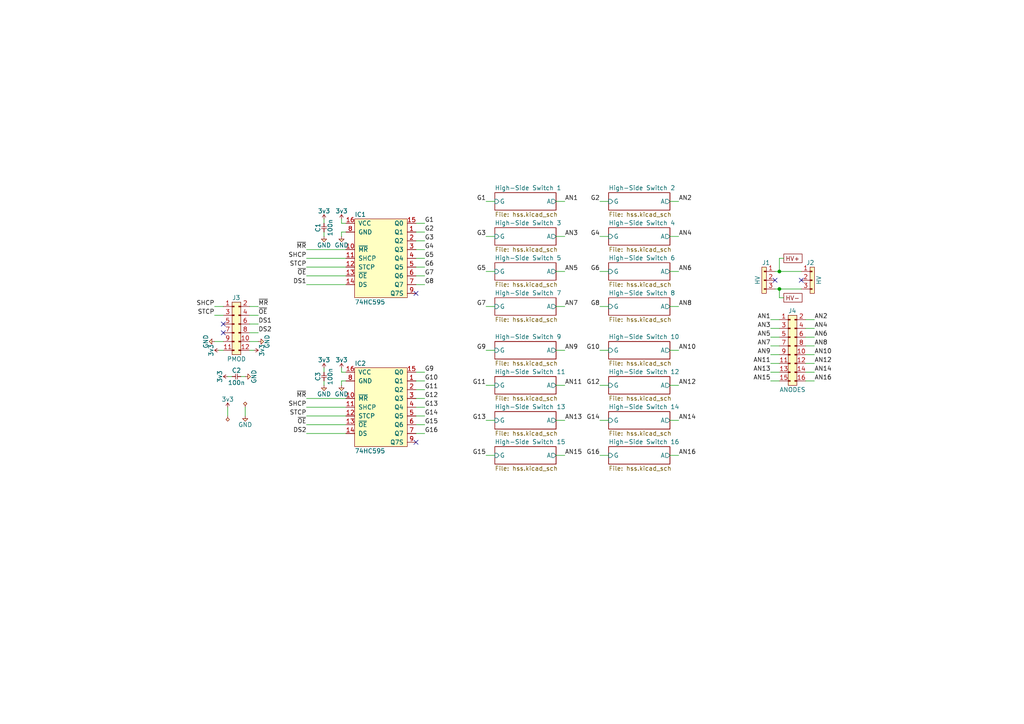
<source format=kicad_sch>
(kicad_sch (version 20210126) (generator eeschema)
  (paper "A4")
  (title_block (title "IGGie High-Side Switch PMOD") (date "2021-03-15") (rev "1"))
  (lib_symbols
    (symbol "agg:3v3" (power) (pin_numbers hide) (pin_names (offset 1.016) hide)
      (property "Value" "3v3" (at 0 2.286 0))
      (symbol "3v3_0_1"
        (polyline (pts (xy 0 1.27) (xy 0.508 0.508)))
        (polyline (pts (xy 0 0) (xy 0 1.27) (xy -0.508 0.508)))
      )
      (symbol "3v3_1_1"
        (pin power_in line (at 0 0 180) (length 0) hide (name "3v3") (number "1"))
      )
    )
    (symbol "agg:74HC595" (pin_names (offset 1.016))
      (property "Reference" "IC" (at -7.62 12.7 0))
      (property "Value" "74HC595" (at -7.62 -12.7 0))
      (symbol "74HC595_0_0"
        (pin output line (at 10.16 7.62 180) (length 2.54) (name "Q1") (number "1"))
        (pin input line (at -10.16 2.54 0) (length 2.54) (name "~MR") (number "10"))
        (pin input line (at -10.16 0 0) (length 2.54) (name "SHCP") (number "11"))
        (pin input line (at -10.16 -2.54 0) (length 2.54) (name "STCP") (number "12"))
        (pin input line (at -10.16 -5.08 0) (length 2.54) (name "~OE") (number "13"))
        (pin input line (at -10.16 -7.62 0) (length 2.54) (name "DS") (number "14"))
        (pin output line (at 10.16 10.16 180) (length 2.54) (name "Q0") (number "15"))
        (pin power_in line (at -10.16 10.16 0) (length 2.54) (name "VCC") (number "16"))
        (pin output line (at 10.16 5.08 180) (length 2.54) (name "Q2") (number "2"))
        (pin output line (at 10.16 2.54 180) (length 2.54) (name "Q3") (number "3"))
        (pin output line (at 10.16 0 180) (length 2.54) (name "Q4") (number "4"))
        (pin output line (at 10.16 -2.54 180) (length 2.54) (name "Q5") (number "5"))
        (pin output line (at 10.16 -5.08 180) (length 2.54) (name "Q6") (number "6"))
        (pin output line (at 10.16 -7.62 180) (length 2.54) (name "Q7") (number "7"))
        (pin power_in line (at -10.16 7.62 0) (length 2.54) (name "GND") (number "8"))
        (pin output line (at 10.16 -10.16 180) (length 2.54) (name "Q7S") (number "9"))
      )
      (symbol "74HC595_0_1"
        (rectangle (start -7.62 11.43) (end 7.62 -11.43) (fill (type background)))
      )
    )
    (symbol "agg:C" (pin_numbers hide) (pin_names (offset 1.016) hide)
      (property "Reference" "C" (at 1.27 1.778 0))
      (property "Value" "C" (at 1.27 -1.778 0))
      (symbol "C_0_1"
        (polyline (pts (xy 1.016 0.762) (xy 1.016 -0.762)))
        (polyline (pts (xy 1.524 0.762) (xy 1.524 -0.762)))
      )
      (symbol "C_1_1"
        (pin passive line (at 0 0 0) (length 1.016) (name "~") (number "1"))
        (pin passive line (at 2.54 0 180) (length 1.016) (name "~") (number "2"))
      )
    )
    (symbol "agg:CONN_01x03" (pin_names (offset 0.0254) hide)
      (property "Reference" "J" (at -1.27 2.54 0))
      (property "Value" "CONN_01x03" (at -1.27 -7.62 0))
      (symbol "CONN_01x03_0_1"
        (rectangle (start 0 -4.953) (end -0.635 -5.207) (fill (type outline)))
        (rectangle (start 0 -2.413) (end -0.635 -2.667) (fill (type outline)))
        (rectangle (start 0 0.127) (end -0.635 -0.127) (fill (type outline)))
        (rectangle (start 0 1.27) (end -1.27 -6.35) (fill (type background)))
      )
      (symbol "CONN_01x03_1_1"
        (pin passive line (at 2.54 0 180) (length 2.54) (name "1") (number "1"))
        (pin passive line (at 2.54 -2.54 180) (length 2.54) (name "2") (number "2"))
        (pin passive line (at 2.54 -5.08 180) (length 2.54) (name "3") (number "3"))
      )
    )
    (symbol "agg:CONN_02x06" (pin_names (offset 0.0254) hide)
      (property "Reference" "J" (at -2.54 2.54 0))
      (property "Value" "CONN_02x06" (at -2.54 -15.24 0))
      (symbol "CONN_02x06_0_1"
        (rectangle (start -2.54 -12.573) (end -1.905 -12.827) (fill (type outline)))
        (rectangle (start -2.54 -10.033) (end -1.905 -10.287) (fill (type outline)))
        (rectangle (start -2.54 -7.493) (end -1.905 -7.747) (fill (type outline)))
        (rectangle (start -2.54 -4.953) (end -1.905 -5.207) (fill (type outline)))
        (rectangle (start -2.54 -2.413) (end -1.905 -2.667) (fill (type outline)))
        (rectangle (start -2.54 0.127) (end -1.905 -0.127) (fill (type outline)))
        (rectangle (start 0 -12.573) (end -0.635 -12.827) (fill (type outline)))
        (rectangle (start 0 -10.033) (end -0.635 -10.287) (fill (type outline)))
        (rectangle (start 0 -7.493) (end -0.635 -7.747) (fill (type outline)))
        (rectangle (start 0 -4.953) (end -0.635 -5.207) (fill (type outline)))
        (rectangle (start 0 -2.413) (end -0.635 -2.667) (fill (type outline)))
        (rectangle (start 0 0.127) (end -0.635 -0.127) (fill (type outline)))
        (rectangle (start 0 1.27) (end -2.54 -13.97) (fill (type background)))
      )
      (symbol "CONN_02x06_1_1"
        (pin passive line (at -5.08 0 0) (length 2.54) (name "1") (number "1"))
        (pin passive line (at 2.54 -10.16 180) (length 2.54) (name "10") (number "10"))
        (pin passive line (at -5.08 -12.7 0) (length 2.54) (name "11") (number "11"))
        (pin passive line (at 2.54 -12.7 180) (length 2.54) (name "12") (number "12"))
        (pin passive line (at 2.54 0 180) (length 2.54) (name "2") (number "2"))
        (pin passive line (at -5.08 -2.54 0) (length 2.54) (name "3") (number "3"))
        (pin passive line (at 2.54 -2.54 180) (length 2.54) (name "4") (number "4"))
        (pin passive line (at -5.08 -5.08 0) (length 2.54) (name "5") (number "5"))
        (pin passive line (at 2.54 -5.08 180) (length 2.54) (name "6") (number "6"))
        (pin passive line (at -5.08 -7.62 0) (length 2.54) (name "7") (number "7"))
        (pin passive line (at 2.54 -7.62 180) (length 2.54) (name "8") (number "8"))
        (pin passive line (at -5.08 -10.16 0) (length 2.54) (name "9") (number "9"))
      )
    )
    (symbol "agg:CONN_02x08" (pin_names (offset 0.0254) hide)
      (property "Reference" "J" (at -2.54 2.54 0))
      (property "Value" "CONN_02x08" (at -2.54 -20.32 0))
      (symbol "CONN_02x08_0_1"
        (rectangle (start -2.54 -17.653) (end -1.905 -17.907) (fill (type outline)))
        (rectangle (start -2.54 -15.113) (end -1.905 -15.367) (fill (type outline)))
        (rectangle (start -2.54 -12.573) (end -1.905 -12.827) (fill (type outline)))
        (rectangle (start -2.54 -10.033) (end -1.905 -10.287) (fill (type outline)))
        (rectangle (start -2.54 -7.493) (end -1.905 -7.747) (fill (type outline)))
        (rectangle (start -2.54 -4.953) (end -1.905 -5.207) (fill (type outline)))
        (rectangle (start -2.54 -2.413) (end -1.905 -2.667) (fill (type outline)))
        (rectangle (start -2.54 0.127) (end -1.905 -0.127) (fill (type outline)))
        (rectangle (start 0 -17.653) (end -0.635 -17.907) (fill (type outline)))
        (rectangle (start 0 -15.113) (end -0.635 -15.367) (fill (type outline)))
        (rectangle (start 0 -12.573) (end -0.635 -12.827) (fill (type outline)))
        (rectangle (start 0 -10.033) (end -0.635 -10.287) (fill (type outline)))
        (rectangle (start 0 -7.493) (end -0.635 -7.747) (fill (type outline)))
        (rectangle (start 0 -4.953) (end -0.635 -5.207) (fill (type outline)))
        (rectangle (start 0 -2.413) (end -0.635 -2.667) (fill (type outline)))
        (rectangle (start 0 0.127) (end -0.635 -0.127) (fill (type outline)))
        (rectangle (start 0 1.27) (end -2.54 -19.05) (fill (type background)))
      )
      (symbol "CONN_02x08_1_1"
        (pin passive line (at -5.08 0 0) (length 2.54) (name "1") (number "1"))
        (pin passive line (at 2.54 -10.16 180) (length 2.54) (name "10") (number "10"))
        (pin passive line (at -5.08 -12.7 0) (length 2.54) (name "11") (number "11"))
        (pin passive line (at 2.54 -12.7 180) (length 2.54) (name "12") (number "12"))
        (pin passive line (at -5.08 -15.24 0) (length 2.54) (name "13") (number "13"))
        (pin passive line (at 2.54 -15.24 180) (length 2.54) (name "14") (number "14"))
        (pin passive line (at -5.08 -17.78 0) (length 2.54) (name "15") (number "15"))
        (pin passive line (at 2.54 -17.78 180) (length 2.54) (name "16") (number "16"))
        (pin passive line (at 2.54 0 180) (length 2.54) (name "2") (number "2"))
        (pin passive line (at -5.08 -2.54 0) (length 2.54) (name "3") (number "3"))
        (pin passive line (at 2.54 -2.54 180) (length 2.54) (name "4") (number "4"))
        (pin passive line (at -5.08 -5.08 0) (length 2.54) (name "5") (number "5"))
        (pin passive line (at 2.54 -5.08 180) (length 2.54) (name "6") (number "6"))
        (pin passive line (at -5.08 -7.62 0) (length 2.54) (name "7") (number "7"))
        (pin passive line (at 2.54 -7.62 180) (length 2.54) (name "8") (number "8"))
        (pin passive line (at -5.08 -10.16 0) (length 2.54) (name "9") (number "9"))
      )
    )
    (symbol "agg:GND" (power) (pin_numbers hide) (pin_names (offset 1.016) hide)
      (property "Value" "GND" (at 0 -2.54 0))
      (symbol "GND_0_1"
        (polyline (pts (xy 0 0) (xy 0 -0.762)))
        (polyline (pts (xy -0.762 -0.762) (xy 0.762 -0.762) (xy 0 -1.524) (xy -0.762 -0.762)) (fill (type background)))
      )
      (symbol "GND_1_1"
        (pin power_in line (at 0 0 180) (length 0) hide (name "GND") (number "1"))
      )
    )
    (symbol "agg:PWR" (power) (pin_numbers hide) (pin_names (offset 1.016) hide)
      (property "Value" "PWR" (at 0 2.286 0))
      (symbol "PWR_0_1"
        (polyline (pts (xy 0 0.508) (xy -0.508 1.016) (xy 0 1.524) (xy 0.508 1.016) (xy 0 0.508)) (fill (type background)))
      )
      (symbol "PWR_1_1"
        (pin power_out line (at 0 0 90) (length 0.508) (name "pwr") (number "1"))
      )
    )
  )
  (junction (at 226.06 78.74) (diameter 0.9144))
  (junction (at 226.06 83.82) (diameter 0.9144))
  (no_connect (at 64.77 93.98))
  (no_connect (at 64.77 96.52))
  (no_connect (at 120.65 85.09))
  (no_connect (at 120.65 128.27))
  (no_connect (at 224.79 81.28))
  (no_connect (at 232.41 81.28))
  (wire (pts (xy 62.23 88.9) (xy 64.77 88.9)))
  (wire (pts (xy 62.23 91.44) (xy 64.77 91.44)))
  (wire (pts (xy 62.23 99.06) (xy 64.77 99.06)))
  (wire (pts (xy 63.5 101.6) (xy 64.77 101.6)))
  (wire (pts (xy 66.04 109.22) (xy 67.31 109.22)))
  (wire (pts (xy 66.04 118.11) (xy 66.04 120.65)))
  (wire (pts (xy 69.85 109.22) (xy 71.12 109.22)))
  (wire (pts (xy 71.12 118.11) (xy 71.12 120.65)))
  (wire (pts (xy 72.39 88.9) (xy 74.93 88.9)))
  (wire (pts (xy 72.39 91.44) (xy 74.93 91.44)))
  (wire (pts (xy 72.39 93.98) (xy 74.93 93.98)))
  (wire (pts (xy 72.39 96.52) (xy 74.93 96.52)))
  (wire (pts (xy 72.39 99.06) (xy 74.93 99.06)))
  (wire (pts (xy 72.39 101.6) (xy 73.66 101.6)))
  (wire (pts (xy 88.9 72.39) (xy 100.33 72.39)))
  (wire (pts (xy 88.9 74.93) (xy 100.33 74.93)))
  (wire (pts (xy 88.9 77.47) (xy 100.33 77.47)))
  (wire (pts (xy 88.9 80.01) (xy 100.33 80.01)))
  (wire (pts (xy 88.9 82.55) (xy 100.33 82.55)))
  (wire (pts (xy 88.9 115.57) (xy 100.33 115.57)))
  (wire (pts (xy 88.9 118.11) (xy 100.33 118.11)))
  (wire (pts (xy 88.9 120.65) (xy 100.33 120.65)))
  (wire (pts (xy 88.9 123.19) (xy 100.33 123.19)))
  (wire (pts (xy 88.9 125.73) (xy 100.33 125.73)))
  (wire (pts (xy 93.98 63.5) (xy 93.98 64.77)))
  (wire (pts (xy 93.98 67.31) (xy 93.98 68.58)))
  (wire (pts (xy 93.98 106.68) (xy 93.98 107.95)))
  (wire (pts (xy 93.98 110.49) (xy 93.98 111.76)))
  (wire (pts (xy 99.06 63.5) (xy 99.06 64.77)))
  (wire (pts (xy 99.06 67.31) (xy 99.06 68.58)))
  (wire (pts (xy 99.06 106.68) (xy 99.06 107.95)))
  (wire (pts (xy 99.06 110.49) (xy 99.06 111.76)))
  (wire (pts (xy 100.33 64.77) (xy 99.06 64.77)))
  (wire (pts (xy 100.33 67.31) (xy 99.06 67.31)))
  (wire (pts (xy 100.33 107.95) (xy 99.06 107.95)))
  (wire (pts (xy 100.33 110.49) (xy 99.06 110.49)))
  (wire (pts (xy 120.65 64.77) (xy 123.19 64.77)))
  (wire (pts (xy 120.65 67.31) (xy 123.19 67.31)))
  (wire (pts (xy 120.65 69.85) (xy 123.19 69.85)))
  (wire (pts (xy 120.65 72.39) (xy 123.19 72.39)))
  (wire (pts (xy 120.65 74.93) (xy 123.19 74.93)))
  (wire (pts (xy 120.65 77.47) (xy 123.19 77.47)))
  (wire (pts (xy 120.65 80.01) (xy 123.19 80.01)))
  (wire (pts (xy 120.65 82.55) (xy 123.19 82.55)))
  (wire (pts (xy 120.65 107.95) (xy 123.19 107.95)))
  (wire (pts (xy 120.65 110.49) (xy 123.19 110.49)))
  (wire (pts (xy 120.65 113.03) (xy 123.19 113.03)))
  (wire (pts (xy 120.65 115.57) (xy 123.19 115.57)))
  (wire (pts (xy 120.65 118.11) (xy 123.19 118.11)))
  (wire (pts (xy 120.65 120.65) (xy 123.19 120.65)))
  (wire (pts (xy 120.65 123.19) (xy 123.19 123.19)))
  (wire (pts (xy 120.65 125.73) (xy 123.19 125.73)))
  (wire (pts (xy 140.97 58.42) (xy 143.51 58.42)))
  (wire (pts (xy 140.97 68.58) (xy 143.51 68.58)))
  (wire (pts (xy 140.97 78.74) (xy 143.51 78.74)))
  (wire (pts (xy 140.97 88.9) (xy 143.51 88.9)))
  (wire (pts (xy 140.97 101.6) (xy 143.51 101.6)))
  (wire (pts (xy 140.97 111.76) (xy 143.51 111.76)))
  (wire (pts (xy 140.97 121.92) (xy 143.51 121.92)))
  (wire (pts (xy 140.97 132.08) (xy 143.51 132.08)))
  (wire (pts (xy 161.29 58.42) (xy 163.83 58.42)))
  (wire (pts (xy 161.29 68.58) (xy 163.83 68.58)))
  (wire (pts (xy 161.29 78.74) (xy 163.83 78.74)))
  (wire (pts (xy 161.29 88.9) (xy 163.83 88.9)))
  (wire (pts (xy 161.29 101.6) (xy 163.83 101.6)))
  (wire (pts (xy 161.29 111.76) (xy 163.83 111.76)))
  (wire (pts (xy 161.29 121.92) (xy 163.83 121.92)))
  (wire (pts (xy 161.29 132.08) (xy 163.83 132.08)))
  (wire (pts (xy 173.99 58.42) (xy 176.53 58.42)))
  (wire (pts (xy 173.99 68.58) (xy 176.53 68.58)))
  (wire (pts (xy 173.99 78.74) (xy 176.53 78.74)))
  (wire (pts (xy 173.99 88.9) (xy 176.53 88.9)))
  (wire (pts (xy 173.99 101.6) (xy 176.53 101.6)))
  (wire (pts (xy 173.99 111.76) (xy 176.53 111.76)))
  (wire (pts (xy 173.99 121.92) (xy 176.53 121.92)))
  (wire (pts (xy 173.99 132.08) (xy 176.53 132.08)))
  (wire (pts (xy 194.31 58.42) (xy 196.85 58.42)))
  (wire (pts (xy 194.31 68.58) (xy 196.85 68.58)))
  (wire (pts (xy 194.31 78.74) (xy 196.85 78.74)))
  (wire (pts (xy 194.31 88.9) (xy 196.85 88.9)))
  (wire (pts (xy 194.31 101.6) (xy 196.85 101.6)))
  (wire (pts (xy 194.31 111.76) (xy 196.85 111.76)))
  (wire (pts (xy 194.31 121.92) (xy 196.85 121.92)))
  (wire (pts (xy 194.31 132.08) (xy 196.85 132.08)))
  (wire (pts (xy 223.52 92.71) (xy 226.06 92.71)))
  (wire (pts (xy 223.52 95.25) (xy 226.06 95.25)))
  (wire (pts (xy 223.52 97.79) (xy 226.06 97.79)))
  (wire (pts (xy 223.52 100.33) (xy 226.06 100.33)))
  (wire (pts (xy 223.52 102.87) (xy 226.06 102.87)))
  (wire (pts (xy 223.52 105.41) (xy 226.06 105.41)))
  (wire (pts (xy 223.52 107.95) (xy 226.06 107.95)))
  (wire (pts (xy 223.52 110.49) (xy 226.06 110.49)))
  (wire (pts (xy 224.79 78.74) (xy 226.06 78.74)))
  (wire (pts (xy 224.79 83.82) (xy 226.06 83.82)))
  (wire (pts (xy 226.06 74.93) (xy 226.06 78.74)))
  (wire (pts (xy 226.06 78.74) (xy 232.41 78.74)))
  (wire (pts (xy 226.06 83.82) (xy 226.06 86.36)))
  (wire (pts (xy 226.06 83.82) (xy 232.41 83.82)))
  (wire (pts (xy 226.06 86.36) (xy 227.33 86.36)))
  (wire (pts (xy 227.33 74.93) (xy 226.06 74.93)))
  (wire (pts (xy 233.68 92.71) (xy 236.22 92.71)))
  (wire (pts (xy 233.68 95.25) (xy 236.22 95.25)))
  (wire (pts (xy 233.68 97.79) (xy 236.22 97.79)))
  (wire (pts (xy 233.68 100.33) (xy 236.22 100.33)))
  (wire (pts (xy 233.68 102.87) (xy 236.22 102.87)))
  (wire (pts (xy 233.68 105.41) (xy 236.22 105.41)))
  (wire (pts (xy 233.68 107.95) (xy 236.22 107.95)))
  (wire (pts (xy 233.68 110.49) (xy 236.22 110.49)))
  (label "SHCP" (at 62.23 88.9 180))
  (label "STCP" (at 62.23 91.44 180))
  (label "~MR" (at 74.93 88.9 0))
  (label "~OE" (at 74.93 91.44 0))
  (label "DS1" (at 74.93 93.98 0))
  (label "DS2" (at 74.93 96.52 0))
  (label "~MR" (at 88.9 72.39 180))
  (label "SHCP" (at 88.9 74.93 180))
  (label "STCP" (at 88.9 77.47 180))
  (label "~OE" (at 88.9 80.01 180))
  (label "DS1" (at 88.9 82.55 180))
  (label "~MR" (at 88.9 115.57 180))
  (label "SHCP" (at 88.9 118.11 180))
  (label "STCP" (at 88.9 120.65 180))
  (label "~OE" (at 88.9 123.19 180))
  (label "DS2" (at 88.9 125.73 180))
  (label "G1" (at 123.19 64.77 0))
  (label "G2" (at 123.19 67.31 0))
  (label "G3" (at 123.19 69.85 0))
  (label "G4" (at 123.19 72.39 0))
  (label "G5" (at 123.19 74.93 0))
  (label "G6" (at 123.19 77.47 0))
  (label "G7" (at 123.19 80.01 0))
  (label "G8" (at 123.19 82.55 0))
  (label "G9" (at 123.19 107.95 0))
  (label "G10" (at 123.19 110.49 0))
  (label "G11" (at 123.19 113.03 0))
  (label "G12" (at 123.19 115.57 0))
  (label "G13" (at 123.19 118.11 0))
  (label "G14" (at 123.19 120.65 0))
  (label "G15" (at 123.19 123.19 0))
  (label "G16" (at 123.19 125.73 0))
  (label "G1" (at 140.97 58.42 180))
  (label "G3" (at 140.97 68.58 180))
  (label "G5" (at 140.97 78.74 180))
  (label "G7" (at 140.97 88.9 180))
  (label "G9" (at 140.97 101.6 180))
  (label "G11" (at 140.97 111.76 180))
  (label "G13" (at 140.97 121.92 180))
  (label "G15" (at 140.97 132.08 180))
  (label "AN1" (at 163.83 58.42 0))
  (label "AN3" (at 163.83 68.58 0))
  (label "AN5" (at 163.83 78.74 0))
  (label "AN7" (at 163.83 88.9 0))
  (label "AN9" (at 163.83 101.6 0))
  (label "AN11" (at 163.83 111.76 0))
  (label "AN13" (at 163.83 121.92 0))
  (label "AN15" (at 163.83 132.08 0))
  (label "G2" (at 173.99 58.42 180))
  (label "G4" (at 173.99 68.58 180))
  (label "G6" (at 173.99 78.74 180))
  (label "G8" (at 173.99 88.9 180))
  (label "G10" (at 173.99 101.6 180))
  (label "G12" (at 173.99 111.76 180))
  (label "G14" (at 173.99 121.92 180))
  (label "G16" (at 173.99 132.08 180))
  (label "AN2" (at 196.85 58.42 0))
  (label "AN4" (at 196.85 68.58 0))
  (label "AN6" (at 196.85 78.74 0))
  (label "AN8" (at 196.85 88.9 0))
  (label "AN10" (at 196.85 101.6 0))
  (label "AN12" (at 196.85 111.76 0))
  (label "AN14" (at 196.85 121.92 0))
  (label "AN16" (at 196.85 132.08 0))
  (label "AN1" (at 223.52 92.71 180))
  (label "AN3" (at 223.52 95.25 180))
  (label "AN5" (at 223.52 97.79 180))
  (label "AN7" (at 223.52 100.33 180))
  (label "AN9" (at 223.52 102.87 180))
  (label "AN11" (at 223.52 105.41 180))
  (label "AN13" (at 223.52 107.95 180))
  (label "AN15" (at 223.52 110.49 180))
  (label "AN2" (at 236.22 92.71 0))
  (label "AN4" (at 236.22 95.25 0))
  (label "AN6" (at 236.22 97.79 0))
  (label "AN8" (at 236.22 100.33 0))
  (label "AN10" (at 236.22 102.87 0))
  (label "AN12" (at 236.22 105.41 0))
  (label "AN14" (at 236.22 107.95 0))
  (label "AN16" (at 236.22 110.49 0))
  (global_label "HV+" (shape passive) (at 227.33 74.93 0) (property "Intersheet References" "${INTERSHEET_REFS}" (effects hide)))
  (global_label "HV-" (shape passive) (at 227.33 86.36 0) (property "Intersheet References" "${INTERSHEET_REFS}" (effects hide)))
  (symbol (lib_id "agg:3v3") (at 63.5 101.6 90) (unit 1)
    (property "Reference" "#PWR07" (effects hide))
    (property "Value" "3v3" (at 61.214 101.6 0))
  )
  (symbol (lib_id "agg:3v3") (at 66.04 109.22 90) (unit 1)
    (property "Reference" "#PWR011" (effects hide))
    (property "Value" "3v3" (at 63.754 109.22 0))
  )
  (symbol (lib_id "agg:3v3") (at 66.04 118.11 0) (unit 1)
    (property "Reference" "#PWR0101" (effects hide))
    (property "Value" "3v3" (at 66.04 115.824 0))
  )
  (symbol (lib_id "agg:3v3") (at 73.66 101.6 270) (unit 1)
    (property "Reference" "#PWR08" (effects hide))
    (property "Value" "3v3" (at 75.946 101.6 0))
  )
  (symbol (lib_id "agg:3v3") (at 93.98 63.5 0) (unit 1)
    (property "Reference" "#PWR01" (effects hide))
    (property "Value" "3v3" (at 93.98 61.214 0))
  )
  (symbol (lib_id "agg:3v3") (at 93.98 106.68 0) (unit 1)
    (property "Reference" "#PWR09" (effects hide))
    (property "Value" "3v3" (at 93.98 104.394 0))
  )
  (symbol (lib_id "agg:3v3") (at 99.06 63.5 0) (unit 1)
    (property "Reference" "#PWR02" (effects hide))
    (property "Value" "3v3" (at 99.06 61.214 0))
  )
  (symbol (lib_id "agg:3v3") (at 99.06 106.68 0) (unit 1)
    (property "Reference" "#PWR010" (effects hide))
    (property "Value" "3v3" (at 99.06 104.394 0))
  )
  (symbol (lib_id "agg:PWR") (at 66.04 120.65 180) (unit 1)
    (property "Reference" "#FLG0102" (effects hide))
    (property "Value" "PWR" (effects hide))
  )
  (symbol (lib_id "agg:PWR") (at 71.12 118.11 0) (unit 1)
    (property "Reference" "#FLG0101" (effects hide))
    (property "Value" "PWR" (effects hide))
  )
  (symbol (lib_id "agg:GND") (at 62.23 99.06 270) (unit 1)
    (property "Reference" "#PWR05" (effects hide))
    (property "Value" "GND" (at 59.69 99.06 0))
  )
  (symbol (lib_id "agg:GND") (at 71.12 109.22 90) (unit 1)
    (property "Reference" "#PWR012" (effects hide))
    (property "Value" "GND" (at 73.66 109.22 0))
  )
  (symbol (lib_id "agg:GND") (at 71.12 120.65 0) (unit 1)
    (property "Reference" "#PWR0102" (effects hide))
    (property "Value" "GND" (at 71.12 123.19 0))
  )
  (symbol (lib_id "agg:GND") (at 74.93 99.06 90) (unit 1)
    (property "Reference" "#PWR06" (effects hide))
    (property "Value" "GND" (at 77.47 99.06 0))
  )
  (symbol (lib_id "agg:GND") (at 93.98 68.58 0) (unit 1)
    (property "Reference" "#PWR03" (effects hide))
    (property "Value" "GND" (at 93.98 71.12 0))
  )
  (symbol (lib_id "agg:GND") (at 93.98 111.76 0) (unit 1)
    (property "Reference" "#PWR013" (effects hide))
    (property "Value" "GND" (at 93.98 114.3 0))
  )
  (symbol (lib_id "agg:GND") (at 99.06 68.58 0) (unit 1)
    (property "Reference" "#PWR04" (effects hide))
    (property "Value" "GND" (at 99.06 71.12 0))
  )
  (symbol (lib_id "agg:GND") (at 99.06 111.76 0) (unit 1)
    (property "Reference" "#PWR014" (effects hide))
    (property "Value" "GND" (at 99.06 114.3 0))
  )
  (symbol (lib_id "agg:C") (at 67.31 109.22 0) (unit 1)
    (property "Reference" "C2" (at 68.58 107.442 0))
    (property "Value" "100n" (at 68.58 110.998 0))
    (property "Footprint" "agg:0603" (effects hide))
  )
  (symbol (lib_id "agg:C") (at 93.98 67.31 90) (unit 1)
    (property "Reference" "C1" (at 92.202 66.04 0))
    (property "Value" "100n" (at 95.758 66.04 0))
    (property "Footprint" "agg:0603" (effects hide))
  )
  (symbol (lib_id "agg:C") (at 93.98 110.49 90) (unit 1)
    (property "Reference" "C3" (at 92.202 109.22 0))
    (property "Value" "100n" (at 95.758 109.22 0))
    (property "Footprint" "agg:0603" (effects hide))
  )
  (symbol (lib_id "agg:CONN_01x03") (at 222.25 78.74 0) (unit 1)
    (property "Reference" "J1" (at 220.98 76.2 0) (effects (justify left)))
    (property "Value" "HV" (at 219.71 81.28 90))
    (property "Footprint" "agg:MOLEX-KK-254P-03" (effects hide))
    (property "Farnell" "1360131" (effects hide))
  )
  (symbol (lib_id "agg:CONN_01x03") (at 234.95 78.74 0) (mirror y) (unit 1)
    (property "Reference" "J2" (at 236.22 76.2 0) (effects (justify left)))
    (property "Value" "HV" (at 237.49 81.28 90))
    (property "Footprint" "agg:MOLEX-KK-254P-03" (effects hide))
    (property "Farnell" "1360131" (effects hide))
  )
  (symbol (lib_id "agg:CONN_02x06") (at 69.85 88.9 0) (unit 1)
    (property "Reference" "J3" (at 67.31 86.36 0) (effects (justify left)))
    (property "Value" "PMOD" (at 68.58 104.14 0))
    (property "Footprint" "agg:DIL-254P-12" (effects hide))
    (property "Farnell" "2779668" (effects hide))
  )
  (symbol (lib_id "agg:CONN_02x08") (at 231.14 92.71 0) (unit 1)
    (property "Reference" "J4" (at 228.6 90.17 0) (effects (justify left)))
    (property "Value" "ANODES" (at 229.87 113.03 0))
    (property "Footprint" "agg:DIL-254P-16" (effects hide))
    (property "Farnell" "2578721" (effects hide))
  )
  (symbol (lib_id "agg:74HC595") (at 110.49 74.93 0) (unit 1)
    (property "Reference" "IC1" (at 102.87 62.23 0) (effects (justify left)))
    (property "Value" "74HC595" (at 102.87 87.63 0) (effects (justify left)))
    (property "Footprint" "agg:TSSOP-16" (effects hide))
    (property "Datasheet" "http://www.nxp.com/documents/data_sheet/74HC_HCT595.pdf" (effects hide))
    (property "Farnell" "2425499" (effects hide))
  )
  (symbol (lib_id "agg:74HC595") (at 110.49 118.11 0) (unit 1)
    (property "Reference" "IC2" (at 102.87 105.41 0) (effects (justify left)))
    (property "Value" "74HC595" (at 102.87 130.81 0) (effects (justify left)))
    (property "Footprint" "agg:TSSOP-16" (effects hide))
    (property "Datasheet" "http://www.nxp.com/documents/data_sheet/74HC_HCT595.pdf" (effects hide))
    (property "Farnell" "2425499" (effects hide))
  )
  (sheet (at 143.51 55.88) (size 17.78 5.08)
    (property "Sheet name" "High-Side Switch 1" (at 143.51 55.245 0) (effects (justify left bottom)))
    (property "Sheet file" "hss.kicad_sch" (at 143.51 61.4685 0) (effects (justify left top)))
    (pin "G" input (at 143.51 58.42 180))
    (pin "A" output (at 161.29 58.42 0))
  )
  (sheet (at 176.53 99.06) (size 17.78 5.08)
    (property "Sheet name" "High-Side Switch 10" (at 176.53 98.4245 0) (effects (justify left bottom)))
    (property "Sheet file" "hss.kicad_sch" (at 176.53 104.6485 0) (effects (justify left top)))
    (pin "G" input (at 176.53 101.6 180))
    (pin "A" output (at 194.31 101.6 0))
  )
  (sheet (at 143.51 109.22) (size 17.78 5.08)
    (property "Sheet name" "High-Side Switch 11" (at 143.51 108.5845 0) (effects (justify left bottom)))
    (property "Sheet file" "hss.kicad_sch" (at 143.51 114.8085 0) (effects (justify left top)))
    (pin "G" input (at 143.51 111.76 180))
    (pin "A" output (at 161.29 111.76 0))
  )
  (sheet (at 176.53 109.22) (size 17.78 5.08)
    (property "Sheet name" "High-Side Switch 12" (at 176.53 108.5845 0) (effects (justify left bottom)))
    (property "Sheet file" "hss.kicad_sch" (at 176.53 114.8085 0) (effects (justify left top)))
    (pin "G" input (at 176.53 111.76 180))
    (pin "A" output (at 194.31 111.76 0))
  )
  (sheet (at 143.51 119.38) (size 17.78 5.08)
    (property "Sheet name" "High-Side Switch 13" (at 143.51 118.7445 0) (effects (justify left bottom)))
    (property "Sheet file" "hss.kicad_sch" (at 143.51 124.9685 0) (effects (justify left top)))
    (pin "G" input (at 143.51 121.92 180))
    (pin "A" output (at 161.29 121.92 0))
  )
  (sheet (at 176.53 119.38) (size 17.78 5.08)
    (property "Sheet name" "High-Side Switch 14" (at 176.53 118.745 0) (effects (justify left bottom)))
    (property "Sheet file" "hss.kicad_sch" (at 176.53 124.9685 0) (effects (justify left top)))
    (pin "G" input (at 176.53 121.92 180))
    (pin "A" output (at 194.31 121.92 0))
  )
  (sheet (at 143.51 129.54) (size 17.78 5.08)
    (property "Sheet name" "High-Side Switch 15" (at 143.51 128.905 0) (effects (justify left bottom)))
    (property "Sheet file" "hss.kicad_sch" (at 143.51 135.1285 0) (effects (justify left top)))
    (pin "G" input (at 143.51 132.08 180))
    (pin "A" output (at 161.29 132.08 0))
  )
  (sheet (at 176.53 129.54) (size 17.78 5.08)
    (property "Sheet name" "High-Side Switch 16" (at 176.53 128.905 0) (effects (justify left bottom)))
    (property "Sheet file" "hss.kicad_sch" (at 176.53 135.1285 0) (effects (justify left top)))
    (pin "G" input (at 176.53 132.08 180))
    (pin "A" output (at 194.31 132.08 0))
  )
  (sheet (at 176.53 55.88) (size 17.78 5.08)
    (property "Sheet name" "High-Side Switch 2" (at 176.53 55.245 0) (effects (justify left bottom)))
    (property "Sheet file" "hss.kicad_sch" (at 176.53 61.4685 0) (effects (justify left top)))
    (pin "G" input (at 176.53 58.42 180))
    (pin "A" output (at 194.31 58.42 0))
  )
  (sheet (at 143.51 66.04) (size 17.78 5.08)
    (property "Sheet name" "High-Side Switch 3" (at 143.51 65.405 0) (effects (justify left bottom)))
    (property "Sheet file" "hss.kicad_sch" (at 143.51 71.6285 0) (effects (justify left top)))
    (pin "G" input (at 143.51 68.58 180))
    (pin "A" output (at 161.29 68.58 0))
  )
  (sheet (at 176.53 66.04) (size 17.78 5.08)
    (property "Sheet name" "High-Side Switch 4" (at 176.53 65.405 0) (effects (justify left bottom)))
    (property "Sheet file" "hss.kicad_sch" (at 176.53 71.6285 0) (effects (justify left top)))
    (pin "G" input (at 176.53 68.58 180))
    (pin "A" output (at 194.31 68.58 0))
  )
  (sheet (at 143.51 76.2) (size 17.78 5.08)
    (property "Sheet name" "High-Side Switch 5" (at 143.51 75.565 0) (effects (justify left bottom)))
    (property "Sheet file" "hss.kicad_sch" (at 143.51 81.7885 0) (effects (justify left top)))
    (pin "G" input (at 143.51 78.74 180))
    (pin "A" output (at 161.29 78.74 0))
  )
  (sheet (at 176.53 76.2) (size 17.78 5.08)
    (property "Sheet name" "High-Side Switch 6" (at 176.53 75.5645 0) (effects (justify left bottom)))
    (property "Sheet file" "hss.kicad_sch" (at 176.53 81.7885 0) (effects (justify left top)))
    (pin "G" input (at 176.53 78.74 180))
    (pin "A" output (at 194.31 78.74 0))
  )
  (sheet (at 143.51 86.36) (size 17.78 5.08)
    (property "Sheet name" "High-Side Switch 7" (at 143.51 85.7245 0) (effects (justify left bottom)))
    (property "Sheet file" "hss.kicad_sch" (at 143.51 91.9485 0) (effects (justify left top)))
    (pin "G" input (at 143.51 88.9 180))
    (pin "A" output (at 161.29 88.9 0))
  )
  (sheet (at 176.53 86.36) (size 17.78 5.08)
    (property "Sheet name" "High-Side Switch 8" (at 176.53 85.7245 0) (effects (justify left bottom)))
    (property "Sheet file" "hss.kicad_sch" (at 176.53 91.9485 0) (effects (justify left top)))
    (pin "G" input (at 176.53 88.9 180))
    (pin "A" output (at 194.31 88.9 0))
  )
  (sheet (at 143.51 99.06) (size 17.78 5.08)
    (property "Sheet name" "High-Side Switch 9" (at 143.51 98.425 0) (effects (justify left bottom)))
    (property "Sheet file" "hss.kicad_sch" (at 143.51 104.6485 0) (effects (justify left top)))
    (pin "G" input (at 143.51 101.6 180))
    (pin "A" output (at 161.29 101.6 0))
  )
)
</source>
